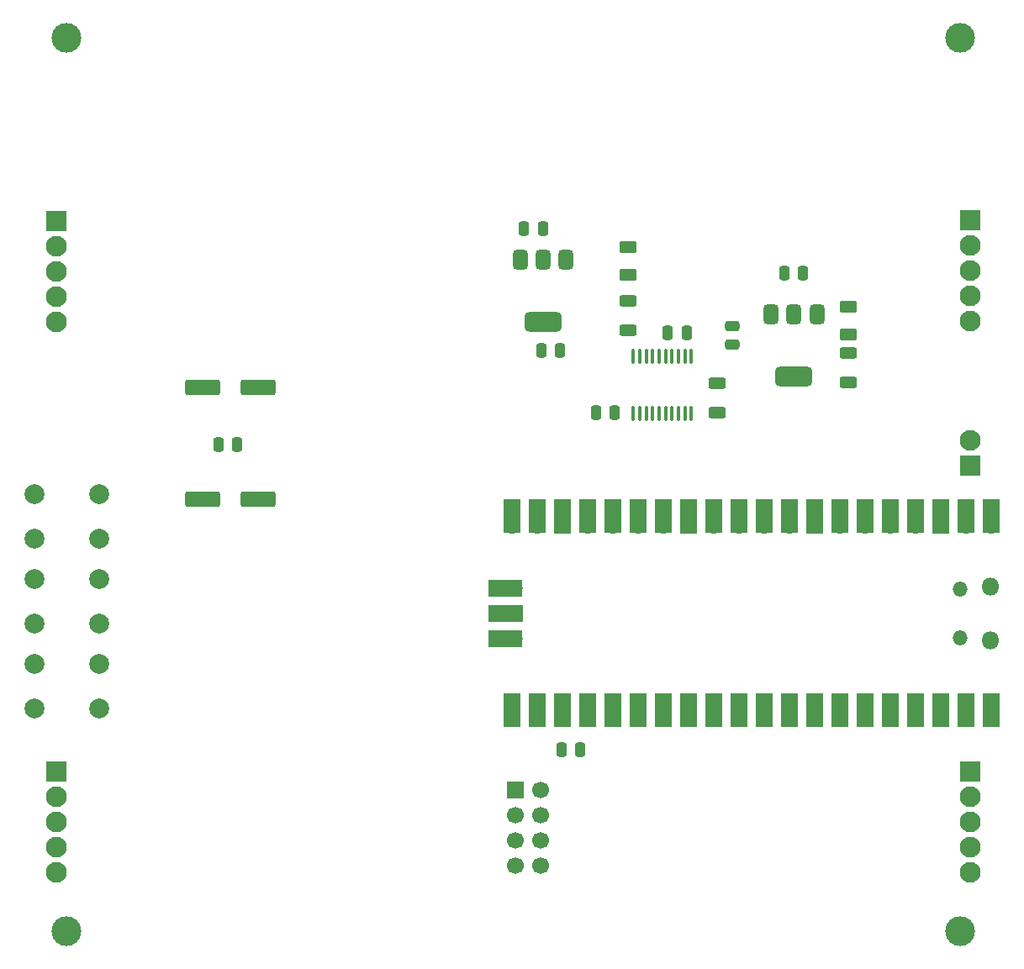
<source format=gts>
%TF.GenerationSoftware,KiCad,Pcbnew,8.0.5*%
%TF.CreationDate,2025-02-14T12:54:28+01:00*%
%TF.ProjectId,main_board,6d61696e-5f62-46f6-9172-642e6b696361,rev?*%
%TF.SameCoordinates,Original*%
%TF.FileFunction,Soldermask,Top*%
%TF.FilePolarity,Negative*%
%FSLAX46Y46*%
G04 Gerber Fmt 4.6, Leading zero omitted, Abs format (unit mm)*
G04 Created by KiCad (PCBNEW 8.0.5) date 2025-02-14 12:54:28*
%MOMM*%
%LPD*%
G01*
G04 APERTURE LIST*
G04 Aperture macros list*
%AMRoundRect*
0 Rectangle with rounded corners*
0 $1 Rounding radius*
0 $2 $3 $4 $5 $6 $7 $8 $9 X,Y pos of 4 corners*
0 Add a 4 corners polygon primitive as box body*
4,1,4,$2,$3,$4,$5,$6,$7,$8,$9,$2,$3,0*
0 Add four circle primitives for the rounded corners*
1,1,$1+$1,$2,$3*
1,1,$1+$1,$4,$5*
1,1,$1+$1,$6,$7*
1,1,$1+$1,$8,$9*
0 Add four rect primitives between the rounded corners*
20,1,$1+$1,$2,$3,$4,$5,0*
20,1,$1+$1,$4,$5,$6,$7,0*
20,1,$1+$1,$6,$7,$8,$9,0*
20,1,$1+$1,$8,$9,$2,$3,0*%
G04 Aperture macros list end*
%ADD10RoundRect,0.250000X-0.250000X-0.475000X0.250000X-0.475000X0.250000X0.475000X-0.250000X0.475000X0*%
%ADD11RoundRect,0.250000X-1.500000X-0.550000X1.500000X-0.550000X1.500000X0.550000X-1.500000X0.550000X0*%
%ADD12C,3.000000*%
%ADD13RoundRect,0.375000X-0.375000X0.625000X-0.375000X-0.625000X0.375000X-0.625000X0.375000X0.625000X0*%
%ADD14RoundRect,0.500000X-1.400000X0.500000X-1.400000X-0.500000X1.400000X-0.500000X1.400000X0.500000X0*%
%ADD15R,1.700000X1.700000*%
%ADD16C,1.700000*%
%ADD17R,2.100000X2.100000*%
%ADD18C,2.100000*%
%ADD19O,1.800000X1.800000*%
%ADD20O,1.500000X1.500000*%
%ADD21O,1.700000X1.700000*%
%ADD22R,1.700000X3.500000*%
%ADD23R,3.500000X1.700000*%
%ADD24RoundRect,0.250000X0.625000X-0.312500X0.625000X0.312500X-0.625000X0.312500X-0.625000X-0.312500X0*%
%ADD25RoundRect,0.250000X-0.625000X0.375000X-0.625000X-0.375000X0.625000X-0.375000X0.625000X0.375000X0*%
%ADD26C,2.000000*%
%ADD27RoundRect,0.250000X0.250000X0.475000X-0.250000X0.475000X-0.250000X-0.475000X0.250000X-0.475000X0*%
%ADD28RoundRect,0.250000X-0.625000X0.312500X-0.625000X-0.312500X0.625000X-0.312500X0.625000X0.312500X0*%
%ADD29RoundRect,0.250000X0.475000X-0.250000X0.475000X0.250000X-0.475000X0.250000X-0.475000X-0.250000X0*%
%ADD30RoundRect,0.100000X0.100000X-0.637500X0.100000X0.637500X-0.100000X0.637500X-0.100000X-0.637500X0*%
G04 APERTURE END LIST*
D10*
%TO.C,C10*%
X156750000Y-126750000D03*
X154850000Y-126750000D03*
%TD*%
D11*
%TO.C,C9*%
X118700000Y-101500000D03*
X124300000Y-101500000D03*
%TD*%
D12*
%TO.C,H1*%
X105000000Y-55000000D03*
%TD*%
D13*
%TO.C,U5*%
X155300000Y-77350000D03*
X153000000Y-77350000D03*
D14*
X153000000Y-83650000D03*
D13*
X150700000Y-77350000D03*
%TD*%
D11*
%TO.C,C2*%
X118700000Y-90250000D03*
X124300000Y-90250000D03*
%TD*%
D15*
%TO.C,U3*%
X150210000Y-130750000D03*
D16*
X152750000Y-130750000D03*
X150210000Y-133290000D03*
X152750000Y-133290000D03*
X150210000Y-135830000D03*
X152750000Y-135830000D03*
X150210000Y-138370000D03*
X152750000Y-138370000D03*
%TD*%
D17*
%TO.C,SERVO_4*%
X196000000Y-128920000D03*
D18*
X196000000Y-131460000D03*
X196000000Y-134000000D03*
X196000000Y-136540000D03*
X196000000Y-139080000D03*
%TD*%
D17*
%TO.C,SERVO_2*%
X196000000Y-73380000D03*
D18*
X196000000Y-75920000D03*
X196000000Y-78460000D03*
X196000000Y-81000000D03*
X196000000Y-83540000D03*
%TD*%
D10*
%TO.C,C7*%
X165550000Y-84750000D03*
X167450000Y-84750000D03*
%TD*%
D19*
%TO.C,U4*%
X198000000Y-110275000D03*
D20*
X194970000Y-110575000D03*
X194970000Y-115425000D03*
D19*
X198000000Y-115725000D03*
D21*
X198130000Y-104110000D03*
D22*
X198130000Y-103210000D03*
D21*
X195590000Y-104110000D03*
D22*
X195590000Y-103210000D03*
D15*
X193050000Y-104110000D03*
D22*
X193050000Y-103210000D03*
D21*
X190510000Y-104110000D03*
D22*
X190510000Y-103210000D03*
D21*
X187970000Y-104110000D03*
D22*
X187970000Y-103210000D03*
D21*
X185430000Y-104110000D03*
D22*
X185430000Y-103210000D03*
D21*
X182890000Y-104110000D03*
D22*
X182890000Y-103210000D03*
D15*
X180350000Y-104110000D03*
D22*
X180350000Y-103210000D03*
D21*
X177810000Y-104110000D03*
D22*
X177810000Y-103210000D03*
D21*
X175270000Y-104110000D03*
D22*
X175270000Y-103210000D03*
D21*
X172730000Y-104110000D03*
D22*
X172730000Y-103210000D03*
D21*
X170190000Y-104110000D03*
D22*
X170190000Y-103210000D03*
D15*
X167650000Y-104110000D03*
D22*
X167650000Y-103210000D03*
D21*
X165110000Y-104110000D03*
D22*
X165110000Y-103210000D03*
D21*
X162570000Y-104110000D03*
D22*
X162570000Y-103210000D03*
D21*
X160030000Y-104110000D03*
D22*
X160030000Y-103210000D03*
D21*
X157490000Y-104110000D03*
D22*
X157490000Y-103210000D03*
D15*
X154950000Y-104110000D03*
D22*
X154950000Y-103210000D03*
D21*
X152410000Y-104110000D03*
D22*
X152410000Y-103210000D03*
D21*
X149870000Y-104110000D03*
D22*
X149870000Y-103210000D03*
D21*
X149870000Y-121890000D03*
D22*
X149870000Y-122790000D03*
D21*
X152410000Y-121890000D03*
D22*
X152410000Y-122790000D03*
D15*
X154950000Y-121890000D03*
D22*
X154950000Y-122790000D03*
D21*
X157490000Y-121890000D03*
D22*
X157490000Y-122790000D03*
D21*
X160030000Y-121890000D03*
D22*
X160030000Y-122790000D03*
D21*
X162570000Y-121890000D03*
D22*
X162570000Y-122790000D03*
D21*
X165110000Y-121890000D03*
D22*
X165110000Y-122790000D03*
D15*
X167650000Y-121890000D03*
D22*
X167650000Y-122790000D03*
D21*
X170190000Y-121890000D03*
D22*
X170190000Y-122790000D03*
D21*
X172730000Y-121890000D03*
D22*
X172730000Y-122790000D03*
D21*
X175270000Y-121890000D03*
D22*
X175270000Y-122790000D03*
D21*
X177810000Y-121890000D03*
D22*
X177810000Y-122790000D03*
D15*
X180350000Y-121890000D03*
D22*
X180350000Y-122790000D03*
D21*
X182890000Y-121890000D03*
D22*
X182890000Y-122790000D03*
D21*
X185430000Y-121890000D03*
D22*
X185430000Y-122790000D03*
D21*
X187970000Y-121890000D03*
D22*
X187970000Y-122790000D03*
D21*
X190510000Y-121890000D03*
D22*
X190510000Y-122790000D03*
D15*
X193050000Y-121890000D03*
D22*
X193050000Y-122790000D03*
D21*
X195590000Y-121890000D03*
D22*
X195590000Y-122790000D03*
D21*
X198130000Y-121890000D03*
D22*
X198130000Y-122790000D03*
D21*
X150100000Y-110460000D03*
D23*
X149200000Y-110460000D03*
D15*
X150100000Y-113000000D03*
D23*
X149200000Y-113000000D03*
D21*
X150100000Y-115540000D03*
D23*
X149200000Y-115540000D03*
%TD*%
D12*
%TO.C,H4*%
X195000000Y-145000000D03*
%TD*%
D13*
%TO.C,U1*%
X180550000Y-82850000D03*
X178250000Y-82850000D03*
D14*
X178250000Y-89150000D03*
D13*
X175950000Y-82850000D03*
%TD*%
D24*
%TO.C,R1*%
X161500000Y-84462500D03*
X161500000Y-81537500D03*
%TD*%
%TO.C,R2*%
X183750000Y-89712500D03*
X183750000Y-86787500D03*
%TD*%
D10*
%TO.C,C8*%
X151050000Y-74250000D03*
X152950000Y-74250000D03*
%TD*%
D25*
%TO.C,D1*%
X161500000Y-76100000D03*
X161500000Y-78900000D03*
%TD*%
D12*
%TO.C,H3*%
X105000000Y-145000000D03*
%TD*%
D26*
%TO.C,SW3*%
X101750000Y-118050000D03*
X108250000Y-118050000D03*
X101750000Y-122550000D03*
X108250000Y-122550000D03*
%TD*%
D17*
%TO.C,SERVO_3*%
X104000000Y-128920000D03*
D18*
X104000000Y-131460000D03*
X104000000Y-134000000D03*
X104000000Y-136540000D03*
X104000000Y-139080000D03*
%TD*%
D17*
%TO.C,RX_TX_1*%
X196000000Y-98140000D03*
D18*
X196000000Y-95600000D03*
%TD*%
D27*
%TO.C,C6*%
X160200000Y-92750000D03*
X158300000Y-92750000D03*
%TD*%
D17*
%TO.C,SERVO_1*%
X104000000Y-73500000D03*
D18*
X104000000Y-76040000D03*
X104000000Y-78580000D03*
X104000000Y-81120000D03*
X104000000Y-83660000D03*
%TD*%
D10*
%TO.C,C5*%
X120300000Y-96000000D03*
X122200000Y-96000000D03*
%TD*%
D28*
%TO.C,R3*%
X170500000Y-89825000D03*
X170500000Y-92750000D03*
%TD*%
D10*
%TO.C,C3*%
X177250000Y-78750000D03*
X179150000Y-78750000D03*
%TD*%
D25*
%TO.C,D2*%
X183750000Y-82100000D03*
X183750000Y-84900000D03*
%TD*%
D26*
%TO.C,SW1*%
X101750000Y-109500000D03*
X108250000Y-109500000D03*
X101750000Y-114000000D03*
X108250000Y-114000000D03*
%TD*%
%TO.C,SW2*%
X101750000Y-101000000D03*
X108250000Y-101000000D03*
X101750000Y-105500000D03*
X108250000Y-105500000D03*
%TD*%
D29*
%TO.C,C4*%
X172000000Y-85950000D03*
X172000000Y-84050000D03*
%TD*%
D30*
%TO.C,U2*%
X162075000Y-92862500D03*
X162725000Y-92862500D03*
X163375000Y-92862500D03*
X164025000Y-92862500D03*
X164675000Y-92862500D03*
X165325000Y-92862500D03*
X165975000Y-92862500D03*
X166625000Y-92862500D03*
X167275000Y-92862500D03*
X167925000Y-92862500D03*
X167925000Y-87137500D03*
X167275000Y-87137500D03*
X166625000Y-87137500D03*
X165975000Y-87137500D03*
X165325000Y-87137500D03*
X164675000Y-87137500D03*
X164025000Y-87137500D03*
X163375000Y-87137500D03*
X162725000Y-87137500D03*
X162075000Y-87137500D03*
%TD*%
D12*
%TO.C,H2*%
X195000000Y-55000000D03*
%TD*%
D10*
%TO.C,C1*%
X152800000Y-86500000D03*
X154700000Y-86500000D03*
%TD*%
M02*

</source>
